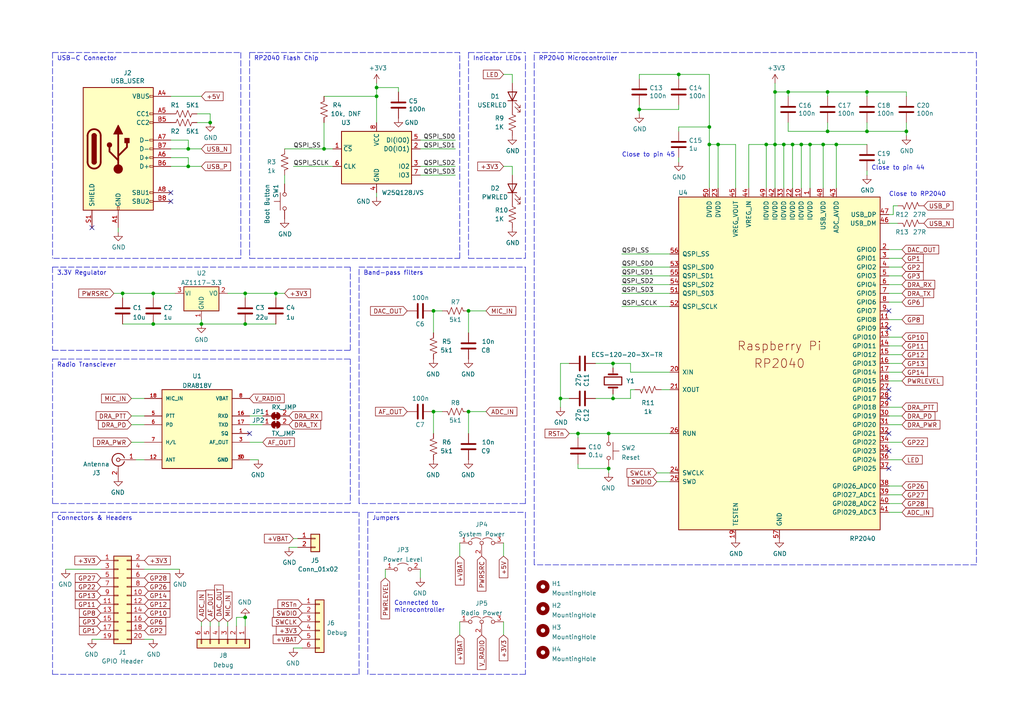
<source format=kicad_sch>
(kicad_sch (version 20211123) (generator eeschema)
  (paper "A4")
  (junction (at 135.89 119.38))
  (junction (at 205.74 36.83))
  (junction (at 251.46 38.1))
  (junction (at 44.45 85.09))
  (junction (at 93.98 43.18))
  (junction (at 176.53 125.73))
  (junction (at 135.89 90.17))
  (junction (at 125.73 90.17))
  (junction (at 205.74 41.91))
  (junction (at 80.01 85.09))
  (junction (at 224.79 26.67))
  (junction (at 229.87 41.91))
  (junction (at 238.76 41.91))
  (junction (at 71.12 93.98))
  (junction (at 242.57 41.91))
  (junction (at 222.25 41.91))
  (junction (at 71.12 179.07))
  (junction (at 54.61 48.26))
  (junction (at 162.56 115.57))
  (junction (at 35.56 85.09))
  (junction (at 109.22 25.4))
  (junction (at 58.42 93.98))
  (junction (at 167.64 125.73))
  (junction (at 240.03 26.67))
  (junction (at 224.79 41.91))
  (junction (at 60.96 35.56))
  (junction (at 176.53 135.89))
  (junction (at 54.61 43.18))
  (junction (at 228.6 26.67))
  (junction (at 185.42 31.75))
  (junction (at 232.41 41.91))
  (junction (at 227.33 41.91))
  (junction (at 125.73 119.38))
  (junction (at 262.89 38.1))
  (junction (at 44.45 93.98))
  (junction (at 208.28 41.91))
  (junction (at 109.22 27.94))
  (junction (at 240.03 38.1))
  (junction (at 71.12 85.09))
  (junction (at 177.8 115.57))
  (junction (at 177.8 105.41))
  (junction (at 251.46 26.67))
  (junction (at 234.95 41.91))
  (junction (at 196.85 21.59))
  (no_connect (at 26.67 66.04))
  (no_connect (at 49.53 55.88))
  (no_connect (at 72.39 125.73))
  (no_connect (at 257.81 95.25))
  (no_connect (at 257.81 113.03))
  (no_connect (at 257.81 115.57))
  (no_connect (at 257.81 90.17))
  (no_connect (at 257.81 125.73))
  (no_connect (at 257.81 130.81))
  (no_connect (at 257.81 135.89))
  (no_connect (at 49.53 58.42))
  (wire (pts (xy 146.05 21.59) (xy 148.59 21.59)))
  (polyline (pts (xy 106.68 148.59) (xy 106.68 195.58)))
  (wire (pts (xy 44.45 93.98) (xy 58.42 93.98)))
  (wire (pts (xy 196.85 38.1) (xy 196.85 36.83)))
  (wire (pts (xy 109.22 55.88) (xy 109.22 57.15)))
  (wire (pts (xy 232.41 41.91) (xy 234.95 41.91)))
  (polyline (pts (xy 152.4 77.47) (xy 152.4 107.95)))
  (wire (pts (xy 240.03 26.67) (xy 251.46 26.67)))
  (wire (pts (xy 49.53 27.94) (xy 58.42 27.94)))
  (wire (pts (xy 148.59 21.59) (xy 148.59 24.13)))
  (wire (pts (xy 185.42 21.59) (xy 196.85 21.59)))
  (wire (pts (xy 194.31 107.95) (xy 182.88 107.95)))
  (wire (pts (xy 184.15 113.03) (xy 182.88 113.03)))
  (wire (pts (xy 60.96 35.56) (xy 57.15 35.56)))
  (wire (pts (xy 196.85 36.83) (xy 205.74 36.83)))
  (wire (pts (xy 162.56 105.41) (xy 165.1 105.41)))
  (wire (pts (xy 82.55 43.18) (xy 93.98 43.18)))
  (wire (pts (xy 68.58 179.07) (xy 71.12 179.07)))
  (wire (pts (xy 262.89 35.56) (xy 262.89 38.1)))
  (wire (pts (xy 80.01 85.09) (xy 80.01 86.36)))
  (wire (pts (xy 251.46 26.67) (xy 262.89 26.67)))
  (wire (pts (xy 196.85 22.86) (xy 196.85 21.59)))
  (polyline (pts (xy 15.24 104.14) (xy 101.6 104.14)))
  (wire (pts (xy 257.81 133.35) (xy 261.62 133.35)))
  (wire (pts (xy 185.42 22.86) (xy 185.42 21.59)))
  (polyline (pts (xy 69.85 15.24) (xy 69.85 74.93)))
  (wire (pts (xy 242.57 41.91) (xy 242.57 54.61)))
  (wire (pts (xy 39.37 133.35) (xy 41.91 133.35)))
  (wire (pts (xy 83.82 158.75) (xy 86.36 158.75)))
  (polyline (pts (xy 152.4 107.95) (xy 152.4 146.05)))
  (wire (pts (xy 68.58 181.61) (xy 68.58 179.07)))
  (wire (pts (xy 54.61 45.72) (xy 54.61 48.26)))
  (polyline (pts (xy 101.6 146.05) (xy 15.24 146.05)))
  (wire (pts (xy 54.61 48.26) (xy 58.42 48.26)))
  (wire (pts (xy 224.79 26.67) (xy 224.79 41.91)))
  (wire (pts (xy 194.31 88.9) (xy 180.34 88.9)))
  (wire (pts (xy 232.41 54.61) (xy 232.41 41.91)))
  (wire (pts (xy 135.89 119.38) (xy 135.89 125.73)))
  (wire (pts (xy 146.05 157.48) (xy 146.05 161.29)))
  (wire (pts (xy 180.34 82.55) (xy 194.31 82.55)))
  (wire (pts (xy 257.81 140.97) (xy 261.62 140.97)))
  (wire (pts (xy 176.53 135.89) (xy 176.53 137.16)))
  (wire (pts (xy 135.89 90.17) (xy 140.97 90.17)))
  (polyline (pts (xy 15.24 148.59) (xy 15.24 195.58)))
  (wire (pts (xy 194.31 73.66) (xy 180.34 73.66)))
  (wire (pts (xy 41.91 165.1) (xy 52.07 165.1)))
  (polyline (pts (xy 15.24 148.59) (xy 104.14 148.59)))
  (wire (pts (xy 228.6 27.94) (xy 228.6 26.67)))
  (wire (pts (xy 133.35 180.34) (xy 133.35 184.15)))
  (wire (pts (xy 38.1 128.27) (xy 41.91 128.27)))
  (wire (pts (xy 217.17 41.91) (xy 222.25 41.91)))
  (wire (pts (xy 190.5 139.7) (xy 194.31 139.7)))
  (polyline (pts (xy 15.24 195.58) (xy 104.14 195.58)))
  (wire (pts (xy 176.53 135.89) (xy 167.64 135.89)))
  (wire (pts (xy 162.56 115.57) (xy 165.1 115.57)))
  (wire (pts (xy 86.36 156.21) (xy 85.09 156.21)))
  (wire (pts (xy 262.89 27.94) (xy 262.89 26.67)))
  (wire (pts (xy 185.42 31.75) (xy 196.85 31.75)))
  (wire (pts (xy 44.45 85.09) (xy 35.56 85.09)))
  (wire (pts (xy 63.5 180.34) (xy 63.5 181.61)))
  (polyline (pts (xy 69.85 74.93) (xy 15.24 74.93)))
  (polyline (pts (xy 101.6 120.65) (xy 101.6 146.05)))
  (wire (pts (xy 44.45 85.09) (xy 44.45 86.36)))
  (wire (pts (xy 240.03 38.1) (xy 228.6 38.1)))
  (wire (pts (xy 177.8 105.41) (xy 182.88 105.41)))
  (wire (pts (xy 208.28 54.61) (xy 208.28 41.91)))
  (wire (pts (xy 71.12 179.07) (xy 71.12 181.61)))
  (wire (pts (xy 208.28 41.91) (xy 205.74 41.91)))
  (wire (pts (xy 257.81 87.63) (xy 261.62 87.63)))
  (wire (pts (xy 34.29 66.04) (xy 34.29 67.31)))
  (wire (pts (xy 190.5 137.16) (xy 194.31 137.16)))
  (wire (pts (xy 60.96 180.34) (xy 60.96 181.61)))
  (wire (pts (xy 177.8 115.57) (xy 177.8 114.3)))
  (wire (pts (xy 172.72 105.41) (xy 177.8 105.41)))
  (polyline (pts (xy 283.21 15.24) (xy 283.21 163.83)))
  (wire (pts (xy 238.76 54.61) (xy 238.76 41.91)))
  (polyline (pts (xy 152.4 148.59) (xy 152.4 195.58)))
  (wire (pts (xy 257.81 120.65) (xy 261.62 120.65)))
  (wire (pts (xy 66.04 180.34) (xy 66.04 181.61)))
  (wire (pts (xy 234.95 41.91) (xy 234.95 54.61)))
  (wire (pts (xy 217.17 54.61) (xy 217.17 41.91)))
  (wire (pts (xy 182.88 105.41) (xy 182.88 107.95)))
  (wire (pts (xy 205.74 21.59) (xy 205.74 36.83)))
  (wire (pts (xy 71.12 85.09) (xy 80.01 85.09)))
  (wire (pts (xy 85.09 187.96) (xy 87.63 187.96)))
  (polyline (pts (xy 154.94 163.83) (xy 154.94 15.24)))
  (wire (pts (xy 196.85 45.72) (xy 196.85 46.99)))
  (wire (pts (xy 251.46 49.53) (xy 251.46 50.8)))
  (wire (pts (xy 58.42 180.34) (xy 58.42 181.61)))
  (wire (pts (xy 257.81 100.33) (xy 261.62 100.33)))
  (wire (pts (xy 33.02 85.09) (xy 35.56 85.09)))
  (polyline (pts (xy 154.94 15.24) (xy 283.21 15.24)))
  (wire (pts (xy 229.87 54.61) (xy 229.87 41.91)))
  (wire (pts (xy 228.6 26.67) (xy 240.03 26.67)))
  (wire (pts (xy 257.81 110.49) (xy 261.62 110.49)))
  (wire (pts (xy 72.39 133.35) (xy 74.93 133.35)))
  (wire (pts (xy 38.1 115.57) (xy 41.91 115.57)))
  (wire (pts (xy 121.92 165.1) (xy 121.92 167.64)))
  (wire (pts (xy 229.87 41.91) (xy 232.41 41.91)))
  (wire (pts (xy 49.53 48.26) (xy 54.61 48.26)))
  (wire (pts (xy 57.15 33.02) (xy 60.96 33.02)))
  (wire (pts (xy 109.22 24.13) (xy 109.22 25.4)))
  (polyline (pts (xy 15.24 15.24) (xy 15.24 74.93)))
  (wire (pts (xy 185.42 30.48) (xy 185.42 31.75)))
  (polyline (pts (xy 104.14 77.47) (xy 152.4 77.47)))
  (wire (pts (xy 251.46 35.56) (xy 251.46 38.1)))
  (wire (pts (xy 257.81 146.05) (xy 261.62 146.05)))
  (wire (pts (xy 115.57 25.4) (xy 109.22 25.4)))
  (wire (pts (xy 251.46 38.1) (xy 240.03 38.1)))
  (wire (pts (xy 35.56 93.98) (xy 44.45 93.98)))
  (wire (pts (xy 257.81 128.27) (xy 261.62 128.27)))
  (wire (pts (xy 240.03 27.94) (xy 240.03 26.67)))
  (polyline (pts (xy 101.6 101.6) (xy 101.6 77.47)))
  (wire (pts (xy 29.21 165.1) (xy 19.05 165.1)))
  (polyline (pts (xy 152.4 195.58) (xy 106.68 195.58)))
  (wire (pts (xy 262.89 38.1) (xy 251.46 38.1)))
  (polyline (pts (xy 15.24 77.47) (xy 15.24 101.6)))
  (wire (pts (xy 257.81 85.09) (xy 261.62 85.09)))
  (polyline (pts (xy 15.24 15.24) (xy 69.85 15.24)))
  (wire (pts (xy 72.39 123.19) (xy 76.2 123.19)))
  (wire (pts (xy 93.98 43.18) (xy 96.52 43.18)))
  (polyline (pts (xy 152.4 146.05) (xy 104.14 146.05)))
  (wire (pts (xy 227.33 41.91) (xy 229.87 41.91)))
  (wire (pts (xy 146.05 180.34) (xy 146.05 184.15)))
  (wire (pts (xy 257.81 92.71) (xy 261.62 92.71)))
  (wire (pts (xy 257.81 143.51) (xy 261.62 143.51)))
  (polyline (pts (xy 135.89 74.93) (xy 152.4 74.93)))
  (polyline (pts (xy 72.39 74.93) (xy 133.35 74.93)))
  (wire (pts (xy 185.42 31.75) (xy 185.42 33.02)))
  (wire (pts (xy 213.36 41.91) (xy 208.28 41.91)))
  (wire (pts (xy 191.77 113.03) (xy 194.31 113.03)))
  (polyline (pts (xy 101.6 104.14) (xy 101.6 120.65)))
  (wire (pts (xy 111.76 165.1) (xy 111.76 167.64)))
  (polyline (pts (xy 283.21 163.83) (xy 154.94 163.83)))
  (wire (pts (xy 38.1 120.65) (xy 41.91 120.65)))
  (wire (pts (xy 213.36 54.61) (xy 213.36 41.91)))
  (wire (pts (xy 180.34 77.47) (xy 194.31 77.47)))
  (wire (pts (xy 180.34 85.09) (xy 194.31 85.09)))
  (wire (pts (xy 176.53 125.73) (xy 194.31 125.73)))
  (polyline (pts (xy 15.24 77.47) (xy 101.6 77.47)))
  (polyline (pts (xy 15.24 101.6) (xy 101.6 101.6)))
  (wire (pts (xy 121.92 40.64) (xy 132.08 40.64)))
  (wire (pts (xy 257.81 74.93) (xy 261.62 74.93)))
  (polyline (pts (xy 104.14 146.05) (xy 104.14 77.47)))
  (wire (pts (xy 35.56 85.09) (xy 35.56 86.36)))
  (wire (pts (xy 172.72 115.57) (xy 177.8 115.57)))
  (wire (pts (xy 196.85 31.75) (xy 196.85 30.48)))
  (wire (pts (xy 41.91 185.42) (xy 44.45 185.42)))
  (wire (pts (xy 93.98 27.94) (xy 109.22 27.94)))
  (wire (pts (xy 262.89 38.1) (xy 262.89 39.37)))
  (wire (pts (xy 71.12 85.09) (xy 71.12 86.36)))
  (wire (pts (xy 72.39 128.27) (xy 76.2 128.27)))
  (wire (pts (xy 135.89 119.38) (xy 140.97 119.38)))
  (wire (pts (xy 242.57 41.91) (xy 251.46 41.91)))
  (polyline (pts (xy 135.89 15.24) (xy 135.89 74.93)))
  (wire (pts (xy 257.81 72.39) (xy 261.62 72.39)))
  (wire (pts (xy 125.73 90.17) (xy 128.27 90.17)))
  (wire (pts (xy 115.57 26.67) (xy 115.57 25.4)))
  (wire (pts (xy 121.92 50.8) (xy 132.08 50.8)))
  (wire (pts (xy 133.35 157.48) (xy 133.35 161.29)))
  (wire (pts (xy 121.92 48.26) (xy 132.08 48.26)))
  (wire (pts (xy 148.59 48.26) (xy 148.59 50.8)))
  (wire (pts (xy 222.25 41.91) (xy 224.79 41.91)))
  (wire (pts (xy 109.22 27.94) (xy 109.22 35.56)))
  (wire (pts (xy 49.53 45.72) (xy 54.61 45.72)))
  (wire (pts (xy 257.81 148.59) (xy 261.62 148.59)))
  (wire (pts (xy 240.03 35.56) (xy 240.03 38.1)))
  (wire (pts (xy 259.08 59.69) (xy 260.35 59.69)))
  (wire (pts (xy 182.88 113.03) (xy 182.88 115.57)))
  (polyline (pts (xy 104.14 195.58) (xy 104.14 148.59)))
  (wire (pts (xy 257.81 123.19) (xy 261.62 123.19)))
  (wire (pts (xy 125.73 119.38) (xy 125.73 125.73)))
  (wire (pts (xy 167.64 135.89) (xy 167.64 134.62)))
  (wire (pts (xy 196.85 21.59) (xy 205.74 21.59)))
  (polyline (pts (xy 72.39 15.24) (xy 133.35 15.24)))
  (wire (pts (xy 257.81 80.01) (xy 261.62 80.01)))
  (wire (pts (xy 49.53 40.64) (xy 54.61 40.64)))
  (wire (pts (xy 257.81 97.79) (xy 261.62 97.79)))
  (wire (pts (xy 167.64 125.73) (xy 176.53 125.73)))
  (wire (pts (xy 257.81 118.11) (xy 261.62 118.11)))
  (polyline (pts (xy 135.89 15.24) (xy 152.4 15.24)))
  (wire (pts (xy 162.56 105.41) (xy 162.56 115.57)))
  (wire (pts (xy 66.04 85.09) (xy 71.12 85.09)))
  (polyline (pts (xy 152.4 74.93) (xy 152.4 15.24)))
  (wire (pts (xy 177.8 105.41) (xy 177.8 106.68)))
  (polyline (pts (xy 72.39 15.24) (xy 72.39 74.93)))
  (wire (pts (xy 251.46 27.94) (xy 251.46 26.67)))
  (wire (pts (xy 71.12 93.98) (xy 80.01 93.98)))
  (wire (pts (xy 165.1 125.73) (xy 167.64 125.73)))
  (polyline (pts (xy 133.35 74.93) (xy 133.35 15.24)))
  (wire (pts (xy 135.89 90.17) (xy 135.89 96.52)))
  (wire (pts (xy 222.25 54.61) (xy 222.25 41.91)))
  (wire (pts (xy 162.56 115.57) (xy 162.56 118.11)))
  (wire (pts (xy 257.81 105.41) (xy 261.62 105.41)))
  (wire (pts (xy 257.81 64.77) (xy 260.35 64.77)))
  (wire (pts (xy 224.79 26.67) (xy 228.6 26.67)))
  (wire (pts (xy 227.33 54.61) (xy 227.33 41.91)))
  (wire (pts (xy 234.95 41.91) (xy 238.76 41.91)))
  (wire (pts (xy 224.79 41.91) (xy 227.33 41.91)))
  (wire (pts (xy 205.74 36.83) (xy 205.74 41.91)))
  (wire (pts (xy 72.39 120.65) (xy 76.2 120.65)))
  (wire (pts (xy 58.42 92.71) (xy 58.42 93.98)))
  (wire (pts (xy 224.79 24.13) (xy 224.79 26.67)))
  (wire (pts (xy 125.73 90.17) (xy 125.73 96.52)))
  (wire (pts (xy 228.6 35.56) (xy 228.6 38.1)))
  (wire (pts (xy 257.81 62.23) (xy 259.08 62.23)))
  (wire (pts (xy 238.76 41.91) (xy 242.57 41.91)))
  (wire (pts (xy 80.01 85.09) (xy 82.55 85.09)))
  (polyline (pts (xy 15.24 146.05) (xy 15.24 104.14)))
  (wire (pts (xy 58.42 93.98) (xy 71.12 93.98)))
  (wire (pts (xy 54.61 43.18) (xy 58.42 43.18)))
  (wire (pts (xy 205.74 41.91) (xy 205.74 54.61)))
  (wire (pts (xy 257.81 77.47) (xy 261.62 77.47)))
  (wire (pts (xy 85.09 48.26) (xy 96.52 48.26)))
  (wire (pts (xy 125.73 119.38) (xy 128.27 119.38)))
  (wire (pts (xy 54.61 40.64) (xy 54.61 43.18)))
  (wire (pts (xy 121.92 43.18) (xy 132.08 43.18)))
  (wire (pts (xy 93.98 35.56) (xy 93.98 43.18)))
  (wire (pts (xy 29.21 185.42) (xy 26.67 185.42)))
  (wire (pts (xy 146.05 48.26) (xy 148.59 48.26)))
  (wire (pts (xy 180.34 80.01) (xy 194.31 80.01)))
  (wire (pts (xy 49.53 43.18) (xy 54.61 43.18)))
  (wire (pts (xy 167.64 125.73) (xy 167.64 127)))
  (wire (pts (xy 257.81 107.95) (xy 261.62 107.95)))
  (polyline (pts (xy 106.68 148.59) (xy 152.4 148.59)))
  (wire (pts (xy 259.08 62.23) (xy 259.08 59.69)))
  (wire (pts (xy 257.81 102.87) (xy 261.62 102.87)))
  (wire (pts (xy 177.8 115.57) (xy 182.88 115.57)))
  (wire (pts (xy 109.22 25.4) (xy 109.22 27.94)))
  (wire (pts (xy 60.96 33.02) (xy 60.96 35.56)))
  (wire (pts (xy 38.1 123.19) (xy 41.91 123.19)))
  (wire (pts (xy 224.79 54.61) (xy 224.79 41.91)))
  (wire (pts (xy 82.55 50.8) (xy 82.55 53.34)))
  (wire (pts (xy 50.8 85.09) (xy 44.45 85.09)))
  (wire (pts (xy 257.81 82.55) (xy 261.62 82.55)))
  (text "RP2040 Microcontroller" (at 156.21 17.78 0) (effects (font (size 1.27 1.27)) (justify left bottom)))
  (text "USB-C Connector" (at 16.51 17.78 0) (effects (font (size 1.27 1.27)) (justify left bottom)))
  (text "3.3V Regulator" (at 16.51 80.01 0) (effects (font (size 1.27 1.27)) (justify left bottom)))
  (text "Radio Transciever" (at 16.51 106.68 0) (effects (font (size 1.27 1.27)) (justify left bottom)))
  (text "Jumpers" (at 107.95 151.13 0) (effects (font (size 1.27 1.27)) (justify left bottom)))
  (text "RP2040 Flash Chip" (at 73.66 17.78 0) (effects (font (size 1.27 1.27)) (justify left bottom)))
  (text "Connected to\nmicrocontroller" (at 114.3 177.8 0) (effects (font (size 1.27 1.27)) (justify left bottom)))
  (text "Connectors & Headers" (at 16.51 151.13 0) (effects (font (size 1.27 1.27)) (justify left bottom)))
  (text "Band-pass filters" (at 105.41 80.01 0) (effects (font (size 1.27 1.27)) (justify left bottom)))
  (text "Indicator LEDs" (at 137.16 17.78 0) (effects (font (size 1.27 1.27)) (justify left bottom)))
  (text "Close to pin 44" (at 252.73 49.53 0) (effects (font (size 1.27 1.27)) (justify left bottom)))
  (text "Close to RP2040" (at 257.81 57.15 0) (effects (font (size 1.27 1.27)) (justify left bottom)))
  (text "Close to pin 45" (at 180.34 45.72 0) (effects (font (size 1.27 1.27)) (justify left bottom)))
  (label "QSPI_SD0" (at 180.34 77.47 0))
  (label "QSPI_SS" (at 85.09 43.18 0))
  (label "QSPI_SD3" (at 180.34 85.09 0))
  (label "QSPI_SD3" (at 132.08 50.8 180))
  (label "QSPI_SD1" (at 132.08 43.18 180))
  (label "QSPI_SCLK" (at 180.34 88.9 0))
  (label "QSPI_SD2" (at 180.34 82.55 0))
  (label "QSPI_SCLK" (at 85.09 48.26 0))
  (label "QSPI_SS" (at 180.34 73.66 0))
  (label "QSPI_SD1" (at 180.34 80.01 0))
  (label "QSPI_SD0" (at 132.08 40.64 180))
  (label "QSPI_SD2" (at 132.08 48.26 180))
  (global_label "DRA_PTT" (shape input) (at 261.62 118.11 0) (property "Intersheet References" "${INTERSHEET_REFS}" (effects hide)))
  (global_label "GP8" (shape input) (at 261.62 92.71 0) (property "Intersheet References" "${INTERSHEET_REFS}" (effects hide)))
  (global_label "DRA_TX" (shape input) (at 261.62 85.09 0) (property "Intersheet References" "${INTERSHEET_REFS}" (effects hide)))
  (global_label "AF_OUT" (shape input) (at 76.2 128.27 0) (property "Intersheet References" "${INTERSHEET_REFS}" (effects hide)))
  (global_label "V_RADIO" (shape input) (at 139.7 184.15 270) (property "Intersheet References" "${INTERSHEET_REFS}" (effects hide)))
  (global_label "AF_OUT" (shape input) (at 60.96 180.34 90) (property "Intersheet References" "${INTERSHEET_REFS}" (effects hide)))
  (global_label "DRA_PWR" (shape input) (at 38.1 128.27 180) (property "Intersheet References" "${INTERSHEET_REFS}" (effects hide)))
  (global_label "DAC_OUT" (shape input) (at 118.11 90.17 180) (property "Intersheet References" "${INTERSHEET_REFS}" (effects hide)))
  (global_label "GP11" (shape input) (at 29.21 175.26 180) (property "Intersheet References" "${INTERSHEET_REFS}" (effects hide)))
  (global_label "DRA_PD" (shape input) (at 38.1 123.19 180) (property "Intersheet References" "${INTERSHEET_REFS}" (effects hide)))
  (global_label "USB_P" (shape input) (at 58.42 48.26 0) (property "Intersheet References" "${INTERSHEET_REFS}" (effects hide)))
  (global_label "GP14" (shape input) (at 41.91 172.72 0) (property "Intersheet References" "${INTERSHEET_REFS}" (effects hide)))
  (global_label "GP28" (shape input) (at 261.62 146.05 0) (property "Intersheet References" "${INTERSHEET_REFS}" (effects hide)))
  (global_label "GP2" (shape input) (at 41.91 182.88 0) (property "Intersheet References" "${INTERSHEET_REFS}" (effects hide)))
  (global_label "GP10" (shape input) (at 41.91 177.8 0) (property "Intersheet References" "${INTERSHEET_REFS}" (effects hide)))
  (global_label "PWRLEVEL" (shape input) (at 111.76 167.64 270) (property "Intersheet References" "${INTERSHEET_REFS}" (effects hide)))
  (global_label "+3V3" (shape input) (at 41.91 162.56 0) (property "Intersheet References" "${INTERSHEET_REFS}" (effects hide)))
  (global_label "DRA_PD" (shape input) (at 261.62 120.65 0) (property "Intersheet References" "${INTERSHEET_REFS}" (effects hide)))
  (global_label "PWRSRC" (shape input) (at 33.02 85.09 180) (property "Intersheet References" "${INTERSHEET_REFS}" (effects hide)))
  (global_label "SWCLK" (shape input) (at 87.63 180.34 180) (property "Intersheet References" "${INTERSHEET_REFS}" (effects hide)))
  (global_label "DAC_OUT" (shape input) (at 261.62 72.39 0) (property "Intersheet References" "${INTERSHEET_REFS}" (effects hide)))
  (global_label "GP3" (shape input) (at 29.21 180.34 180) (property "Intersheet References" "${INTERSHEET_REFS}" (effects hide)))
  (global_label "SWDIO" (shape input) (at 87.63 177.8 180) (property "Intersheet References" "${INTERSHEET_REFS}" (effects hide)))
  (global_label "LED" (shape input) (at 146.05 21.59 180) (property "Intersheet References" "${INTERSHEET_REFS}" (effects hide)))
  (global_label "GP14" (shape input) (at 261.62 107.95 0) (property "Intersheet References" "${INTERSHEET_REFS}" (effects hide)))
  (global_label "GP26" (shape input) (at 261.62 140.97 0) (property "Intersheet References" "${INTERSHEET_REFS}" (effects hide)))
  (global_label "+3V3" (shape input) (at 87.63 182.88 180) (property "Intersheet References" "${INTERSHEET_REFS}" (effects hide)))
  (global_label "MIC_IN" (shape input) (at 66.04 180.34 90) (property "Intersheet References" "${INTERSHEET_REFS}" (effects hide)))
  (global_label "GP12" (shape input) (at 41.91 175.26 0) (property "Intersheet References" "${INTERSHEET_REFS}" (effects hide)))
  (global_label "DRA_RX" (shape input) (at 83.82 120.65 0) (property "Intersheet References" "${INTERSHEET_REFS}" (effects hide)))
  (global_label "+VBAT" (shape input) (at 85.09 156.21 180) (property "Intersheet References" "${INTERSHEET_REFS}" (effects hide)))
  (global_label "RSTn" (shape input) (at 165.1 125.73 180) (property "Intersheet References" "${INTERSHEET_REFS}" (effects hide)))
  (global_label "DAC_OUT" (shape input) (at 63.5 180.34 90) (property "Intersheet References" "${INTERSHEET_REFS}" (effects hide)))
  (global_label "GP27" (shape input) (at 29.21 167.64 180) (property "Intersheet References" "${INTERSHEET_REFS}" (effects hide)))
  (global_label "GP1" (shape input) (at 261.62 74.93 0) (property "Intersheet References" "${INTERSHEET_REFS}" (effects hide)))
  (global_label "+3V3" (shape input) (at 29.21 162.56 180) (property "Intersheet References" "${INTERSHEET_REFS}" (effects hide)))
  (global_label "V_RADIO" (shape input) (at 72.39 115.57 0) (property "Intersheet References" "${INTERSHEET_REFS}" (effects hide)))
  (global_label "GP8" (shape input) (at 29.21 177.8 180) (property "Intersheet References" "${INTERSHEET_REFS}" (effects hide)))
  (global_label "SWCLK" (shape input) (at 190.5 137.16 180) (property "Intersheet References" "${INTERSHEET_REFS}" (effects hide)))
  (global_label "+3V3" (shape input) (at 146.05 184.15 270) (property "Intersheet References" "${INTERSHEET_REFS}" (effects hide)))
  (global_label "PWRSRC" (shape input) (at 139.7 161.29 270) (property "Intersheet References" "${INTERSHEET_REFS}" (effects hide)))
  (global_label "+3V3" (shape input) (at 82.55 85.09 0) (property "Intersheet References" "${INTERSHEET_REFS}" (effects hide)))
  (global_label "AF_OUT" (shape input) (at 118.11 119.38 180) (property "Intersheet References" "${INTERSHEET_REFS}" (effects hide)))
  (global_label "+5V" (shape input) (at 58.42 27.94 0) (property "Intersheet References" "${INTERSHEET_REFS}" (effects hide)))
  (global_label "GP26" (shape input) (at 41.91 170.18 0) (property "Intersheet References" "${INTERSHEET_REFS}" (effects hide)))
  (global_label "MIC_IN" (shape input) (at 140.97 90.17 0) (property "Intersheet References" "${INTERSHEET_REFS}" (effects hide)))
  (global_label "ADC_IN" (shape input) (at 140.97 119.38 0) (property "Intersheet References" "${INTERSHEET_REFS}" (effects hide)))
  (global_label "ADC_IN" (shape input) (at 58.42 180.34 90) (property "Intersheet References" "${INTERSHEET_REFS}" (effects hide)))
  (global_label "PWRLEVEL" (shape input) (at 261.62 110.49 0) (property "Intersheet References" "${INTERSHEET_REFS}" (effects hide)))
  (global_label "GP6" (shape input) (at 261.62 87.63 0) (property "Intersheet References" "${INTERSHEET_REFS}" (effects hide)))
  (global_label "DRA_RX" (shape input) (at 261.62 82.55 0) (property "Intersheet References" "${INTERSHEET_REFS}" (effects hide)))
  (global_label "+3V3" (shape input) (at 146.05 48.26 180) (property "Intersheet References" "${INTERSHEET_REFS}" (effects hide)))
  (global_label "GP2" (shape input) (at 261.62 77.47 0) (property "Intersheet References" "${INTERSHEET_REFS}" (effects hide)))
  (global_label "DRA_PTT" (shape input) (at 38.1 120.65 180) (property "Intersheet References" "${INTERSHEET_REFS}" (effects hide)))
  (global_label "+VBAT" (shape input) (at 133.35 161.29 270) (property "Intersheet References" "${INTERSHEET_REFS}" (effects hide)))
  (global_label "GP3" (shape input) (at 261.62 80.01 0) (property "Intersheet References" "${INTERSHEET_REFS}" (effects hide)))
  (global_label "+VBAT" (shape input) (at 133.35 184.15 270) (property "Intersheet References" "${INTERSHEET_REFS}" (effects hide)))
  (global_label "+5V" (shape input) (at 146.05 161.29 270) (property "Intersheet References" "${INTERSHEET_REFS}" (effects hide)))
  (global_label "LED" (shape input) (at 261.62 133.35 0) (property "Intersheet References" "${INTERSHEET_REFS}" (effects hide)))
  (global_label "MIC_IN" (shape input) (at 38.1 115.57 180) (property "Intersheet References" "${INTERSHEET_REFS}" (effects hide)))
  (global_label "+VBAT" (shape input) (at 87.63 185.42 180) (property "Intersheet References" "${INTERSHEET_REFS}" (effects hide)))
  (global_label "USB_P" (shape input) (at 267.97 59.69 0) (property "Intersheet References" "${INTERSHEET_REFS}" (effects hide)))
  (global_label "USB_N" (shape input) (at 267.97 64.77 0) (property "Intersheet References" "${INTERSHEET_REFS}" (effects hide)))
  (global_label "DRA_PWR" (shape input) (at 261.62 123.19 0) (property "Intersheet References" "${INTERSHEET_REFS}" (effects hide)))
  (global_label "USB_N" (shape input) (at 58.42 43.18 0) (property "Intersheet References" "${INTERSHEET_REFS}" (effects hide)))
  (global_label "GP12" (shape input) (at 261.62 102.87 0) (property "Intersheet References" "${INTERSHEET_REFS}" (effects hide)))
  (global_label "RSTn" (shape input) (at 87.63 175.26 180) (property "Intersheet References" "${INTERSHEET_REFS}" (effects hide)))
  (global_label "GP6" (shape input) (at 41.91 180.34 0) (property "Intersheet References" "${INTERSHEET_REFS}" (effects hide)))
  (global_label "GP11" (shape input) (at 261.62 100.33 0) (property "Intersheet References" "${INTERSHEET_REFS}" (effects hide)))
  (global_label "ADC_IN" (shape input) (at 261.62 148.59 0) (property "Intersheet References" "${INTERSHEET_REFS}" (effects hide)))
  (global_label "GP13" (shape input) (at 261.62 105.41 0) (property "Intersheet References" "${INTERSHEET_REFS}" (effects hide)))
  (global_label "GP22" (shape input) (at 29.21 170.18 180) (property "Intersheet References" "${INTERSHEET_REFS}" (effects hide)))
  (global_label "GP13" (shape input) (at 29.21 172.72 180) (property "Intersheet References" "${INTERSHEET_REFS}" (effects hide)))
  (global_label "GP28" (shape input) (at 41.91 167.64 0) (property "Intersheet References" "${INTERSHEET_REFS}" (effects hide)))
  (global_label "GP22" (shape input) (at 261.62 128.27 0) (property "Intersheet References" "${INTERSHEET_REFS}" (effects hide)))
  (global_label "GP1" (shape input) (at 29.21 182.88 180) (property "Intersheet References" "${INTERSHEET_REFS}" (effects hide)))
  (global_label "SWDIO" (shape input) (at 190.5 139.7 180) (property "Intersheet References" "${INTERSHEET_REFS}" (effects hide)))
  (global_label "DRA_TX" (shape input) (at 83.82 123.19 0) (property "Intersheet References" "${INTERSHEET_REFS}" (effects hide)))
  (global_label "GP27" (shape input) (at 261.62 143.51 0) (property "Intersheet References" "${INTERSHEET_REFS}" (effects hide)))
  (global_label "GP10" (shape input) (at 261.62 97.79 0) (property "Intersheet References" "${INTERSHEET_REFS}" (effects hide)))
  (symbol (lib_id "Mechanical:MountingHole") (at 157.48 176.53 0) (unit 1)
    (property "Reference" "H2" (at 160.02 175.6215 0) (effects (justify left)))
    (property "Value" "MountingHole" (at 160.02 178.3966 0) (effects (justify left)))
    (property "Footprint" "MountingHole:MountingHole_3.2mm_M3_Pad_Via" (effects hide))
  )
  (symbol (lib_id "power:+3V3") (at 109.22 24.13 0) (unit 1)
    (property "Reference" "#PWR0115" (effects hide))
    (property "Value" "+3V3" (at 109.601 19.7358 0))
  )
  (symbol (lib_id "Device:C") (at 228.6 31.75 0) (unit 1)
    (property "Reference" "C16" (at 231.521 30.5816 0) (effects (justify left)))
    (property "Value" "100n" (at 231.521 32.893 0) (effects (justify left)))
    (property "Footprint" "Capacitor_SMD:C_0603_1608Metric" (effects hide))
  )
  (symbol (lib_id "Device:R_US") (at 125.73 129.54 0) (mirror y) (unit 1)
    (property "Reference" "R6" (at 129.54 128.27 0))
    (property "Value" "5k1" (at 129.54 130.81 0))
    (property "Footprint" "Resistor_SMD:R_0603_1608Metric" (effects hide))
  )
  (symbol (lib_id "Device:C") (at 121.92 119.38 90) (unit 1)
    (property "Reference" "C7" (at 123.19 123.19 90) (effects (justify left)))
    (property "Value" "100n" (at 124.46 115.57 90) (effects (justify left)))
    (property "Footprint" "Capacitor_SMD:C_0603_1608Metric" (effects hide))
  )
  (symbol (lib_id "Device:R_US") (at 53.34 33.02 90) (unit 1)
    (property "Reference" "R1" (at 50.8 30.48 90))
    (property "Value" "5K1" (at 55.88 30.48 90))
    (property "Footprint" "Resistor_SMD:R_0603_1608Metric" (effects hide))
  )
  (symbol (lib_id "power:GND") (at 115.57 34.29 0) (unit 1)
    (property "Reference" "#PWR0116" (effects hide))
    (property "Value" "GND" (at 119.38 35.56 0))
  )
  (symbol (lib_id "Mechanical:MountingHole") (at 157.48 189.23 0) (unit 1)
    (property "Reference" "H4" (at 160.02 188.3215 0) (effects (justify left)))
    (property "Value" "MountingHole" (at 160.02 191.0966 0) (effects (justify left)))
    (property "Footprint" "MountingHole:MountingHole_3.2mm_M3_Pad_Via" (effects hide))
  )
  (symbol (lib_id "power:GND") (at 185.42 33.02 0) (unit 1)
    (property "Reference" "#PWR0101" (effects hide))
    (property "Value" "GND" (at 185.547 37.4142 0))
  )
  (symbol (lib_id "Device:LED") (at 148.59 54.61 90) (unit 1)
    (property "Reference" "D2" (at 142.24 54.61 90) (effects (justify right)))
    (property "Value" "PWRLED" (at 139.7 57.15 90) (effects (justify right)))
    (property "Footprint" "LED_SMD:LED_0805_2012Metric" (effects hide))
  )
  (symbol (lib_id "Device:R_US") (at 53.34 35.56 90) (unit 1)
    (property "Reference" "R2" (at 50.8 38.1 90))
    (property "Value" "5K1" (at 55.88 38.1 90))
    (property "Footprint" "Resistor_SMD:R_0603_1608Metric" (effects hide))
  )
  (symbol (lib_id "power:GND") (at 74.93 133.35 0) (mirror y) (unit 1)
    (property "Reference" "#PWR0124" (effects hide))
    (property "Value" "GND" (at 74.803 137.7442 0))
  )
  (symbol (lib_id "power:GND") (at 135.89 133.35 0) (mirror y) (unit 1)
    (property "Reference" "#PWR0111" (effects hide))
    (property "Value" "GND" (at 135.763 137.7442 0))
  )
  (symbol (lib_id "Device:C") (at 196.85 26.67 0) (unit 1)
    (property "Reference" "C14" (at 199.771 25.5016 0) (effects (justify left)))
    (property "Value" "100n" (at 199.771 27.813 0) (effects (justify left)))
    (property "Footprint" "Capacitor_SMD:C_0603_1608Metric" (effects hide))
  )
  (symbol (lib_id "Device:C") (at 240.03 31.75 0) (unit 1)
    (property "Reference" "C17" (at 242.951 30.5816 0) (effects (justify left)))
    (property "Value" "100n" (at 242.951 32.893 0) (effects (justify left)))
    (property "Footprint" "Capacitor_SMD:C_0603_1608Metric" (effects hide))
  )
  (symbol (lib_id "Mechanical:MountingHole") (at 157.48 170.18 0) (unit 1)
    (property "Reference" "H1" (at 160.02 169.2715 0) (effects (justify left)))
    (property "Value" "MountingHole" (at 160.02 172.0466 0) (effects (justify left)))
    (property "Footprint" "MountingHole:MountingHole_3.2mm_M3_Pad_Via" (effects hide))
  )
  (symbol (lib_id "power:GND") (at 135.89 104.14 0) (mirror y) (unit 1)
    (property "Reference" "#PWR0113" (effects hide))
    (property "Value" "GND" (at 135.763 108.5342 0))
  )
  (symbol (lib_id "power:GND") (at 26.67 185.42 0) (mirror y) (unit 1)
    (property "Reference" "#PWR0128" (effects hide))
    (property "Value" "GND" (at 26.543 189.8142 0))
  )
  (symbol (lib_id "power:GND") (at 251.46 50.8 0) (unit 1)
    (property "Reference" "#PWR0104" (effects hide))
    (property "Value" "GND" (at 251.587 55.1942 0))
  )
  (symbol (lib_id "Switch:SW_Push") (at 82.55 58.42 90) (unit 1)
    (property "Reference" "SW1" (at 80.01 53.34 0) (effects (justify right)))
    (property "Value" "Boot Button" (at 77.47 53.34 0) (effects (justify right)))
    (property "Footprint" "Button_Switch_SMD:SW_SPST_PTS810" (effects hide))
  )
  (symbol (lib_id "Switch:SW_Push") (at 176.53 130.81 270) (unit 1)
    (property "Reference" "SW2" (at 180.213 129.9015 90) (effects (justify left)))
    (property "Value" "Reset" (at 180.213 132.6766 90) (effects (justify left)))
    (property "Footprint" "Button_Switch_SMD:SW_SPST_PTS810" (effects hide))
  )
  (symbol (lib_id "Device:C") (at 262.89 31.75 0) (unit 1)
    (property "Reference" "C20" (at 265.811 30.5816 0) (effects (justify left)))
    (property "Value" "100n" (at 265.811 32.893 0) (effects (justify left)))
    (property "Footprint" "Capacitor_SMD:C_0603_1608Metric" (effects hide))
  )
  (symbol (lib_id "Device:C") (at 168.91 115.57 270) (unit 1)
    (property "Reference" "C12" (at 170.0784 118.491 0) (effects (justify left)))
    (property "Value" "27p" (at 167.767 118.491 0) (effects (justify left)))
    (property "Footprint" "Capacitor_SMD:C_0603_1608Metric" (effects hide))
  )
  (symbol (lib_id "Device:C") (at 135.89 100.33 180) (unit 1)
    (property "Reference" "C8" (at 142.24 101.6 0) (effects (justify left)))
    (property "Value" "10n" (at 143.51 99.06 0) (effects (justify left)))
    (property "Footprint" "Capacitor_SMD:C_0603_1608Metric" (effects hide))
  )
  (symbol (lib_id "power:GND") (at 19.05 165.1 0) (mirror y) (unit 1)
    (property "Reference" "#PWR0130" (effects hide))
    (property "Value" "GND" (at 18.923 169.4942 0))
  )
  (symbol (lib_id "Device:C") (at 196.85 41.91 0) (unit 1)
    (property "Reference" "C15" (at 199.771 40.7416 0) (effects (justify left)))
    (property "Value" "1u" (at 199.771 43.053 0) (effects (justify left)))
    (property "Footprint" "Capacitor_SMD:C_0603_1608Metric" (effects hide))
  )
  (symbol (lib_id "power:GND") (at 148.59 66.04 0) (unit 1)
    (property "Reference" "#PWR0119" (effects hide))
    (property "Value" "GND" (at 148.717 70.4342 0))
  )
  (symbol (lib_id "Device:Crystal") (at 177.8 110.49 270) (unit 1)
    (property "Reference" "Y1" (at 181.61 110.49 90) (effects (justify left)))
    (property "Value" "ECS-120-20-3X-TR" (at 171.45 102.87 90) (effects (justify left)))
    (property "Footprint" "ECS-120-20-3X-TR:XTAL_ECS-120-20-3X-TR" (effects hide))
  )
  (symbol (lib_id "Device:C") (at 251.46 31.75 0) (unit 1)
    (property "Reference" "C18" (at 254.381 30.5816 0) (effects (justify left)))
    (property "Value" "100n" (at 254.381 32.893 0) (effects (justify left)))
    (property "Footprint" "Capacitor_SMD:C_0603_1608Metric" (effects hide))
  )
  (symbol (lib_id "power:GND") (at 34.29 138.43 0) (mirror y) (unit 1)
    (property "Reference" "#PWR0121" (effects hide))
    (property "Value" "GND" (at 34.163 142.8242 0))
  )
  (symbol (lib_id "MCU_RaspberryPi_RP2040:RP2040") (at 226.06 105.41 0) (unit 1)
    (property "Reference" "U4" (at 198.12 55.88 0))
    (property "Value" "RP2040" (at 250.19 156.21 0))
    (property "Footprint" "RP2040:RP2040-QFN-56" (effects hide))
  )
  (symbol (lib_id "Device:R_US") (at 125.73 100.33 0) (mirror y) (unit 1)
    (property "Reference" "R5" (at 129.54 99.06 0))
    (property "Value" "5k1" (at 129.54 101.6 0))
    (property "Footprint" "Resistor_SMD:R_0603_1608Metric" (effects hide))
  )
  (symbol (lib_id "power:GND") (at 162.56 118.11 0) (unit 1)
    (property "Reference" "#PWR0106" (effects hide))
    (property "Value" "GND" (at 162.687 122.5042 0))
  )
  (symbol (lib_id "Device:R_US") (at 187.96 113.03 270) (mirror x) (unit 1)
    (property "Reference" "R11" (at 187.96 116.84 90))
    (property "Value" "1k" (at 187.96 119.38 90))
    (property "Footprint" "Resistor_SMD:R_0603_1608Metric" (effects hide))
  )
  (symbol (lib_id "Connector:Conn_Coaxial") (at 34.29 133.35 0) (mirror y) (unit 1)
    (property "Reference" "J3" (at 27.94 137.16 0))
    (property "Value" "Antenna" (at 27.94 134.62 0))
    (property "Footprint" "Connector_Coaxial:SMA_Molex_73251-2120_EdgeMount_Horizontal" (effects hide))
    (property "Datasheet" " ~" (effects hide))
  )
  (symbol (lib_id "power:GND") (at 34.29 67.31 0) (unit 1)
    (property "Reference" "#PWR0123" (effects hide))
    (property "Value" "GND" (at 34.417 71.7042 0))
  )
  (symbol (lib_id "Device:R_US") (at 148.59 35.56 0) (unit 1)
    (property "Reference" "R9" (at 143.51 34.29 0) (effects (justify left)))
    (property "Value" "1K" (at 143.51 36.83 0) (effects (justify left)))
    (property "Footprint" "Resistor_SMD:R_0603_1608Metric" (effects hide))
  )
  (symbol (lib_id "Connector_Generic:Conn_01x06") (at 92.71 180.34 0) (unit 1)
    (property "Reference" "J6" (at 94.742 180.7015 0) (effects (justify left)))
    (property "Value" "Debug" (at 94.742 183.4766 0) (effects (justify left)))
    (property "Footprint" "Connector_PinHeader_2.54mm:PinHeader_1x06_P2.54mm_Vertical" (effects hide))
  )
  (symbol (lib_id "Device:R_US") (at 93.98 31.75 0) (mirror y) (unit 1)
    (property "Reference" "R4" (at 97.79 30.48 0))
    (property "Value" "10k, DNF" (at 100.33 33.02 0))
    (property "Footprint" "Resistor_SMD:R_0603_1608Metric" (effects hide))
  )
  (symbol (lib_id "Jumper:Jumper_2_Open") (at 116.84 165.1 0) (unit 1)
    (property "Reference" "JP3" (at 116.84 159.4825 0))
    (property "Value" "Power Level" (at 116.84 162.2576 0))
    (property "Footprint" "Connector_PinHeader_2.54mm:PinHeader_1x02_P2.54mm_Vertical" (effects hide))
  )
  (symbol (lib_id "Device:C") (at 135.89 129.54 180) (unit 1)
    (property "Reference" "C9" (at 142.24 130.81 0) (effects (justify left)))
    (property "Value" "10n" (at 143.51 128.27 0) (effects (justify left)))
    (property "Footprint" "Capacitor_SMD:C_0603_1608Metric" (effects hide))
  )
  (symbol (lib_id "Connector_Generic:Conn_01x06") (at 66.04 186.69 270) (unit 1)
    (property "Reference" "J8" (at 64.77 190.1095 90))
    (property "Value" "Debug" (at 64.77 192.8846 90))
    (property "Footprint" "Connector_PinHeader_2.54mm:PinHeader_1x06_P2.54mm_Vertical" (effects hide))
  )
  (symbol (lib_id "power:GND") (at 83.82 158.75 0) (unit 1)
    (property "Reference" "#PWR0125" (effects hide))
    (property "Value" "GND" (at 83.947 163.1442 0))
  )
  (symbol (lib_id "Device:LED") (at 148.59 27.94 90) (unit 1)
    (property "Reference" "D1" (at 142.24 27.94 90) (effects (justify right)))
    (property "Value" "USERLED" (at 138.43 30.48 90) (effects (justify right)))
    (property "Footprint" "LED_SMD:LED_0805_2012Metric" (effects hide))
  )
  (symbol (lib_id "Device:C") (at 115.57 30.48 0) (unit 1)
    (property "Reference" "C5" (at 118.491 29.3116 0) (effects (justify left)))
    (property "Value" "100n" (at 118.491 31.623 0) (effects (justify left)))
    (property "Footprint" "Capacitor_SMD:C_0603_1608Metric" (effects hide))
  )
  (symbol (lib_id "Connector:USB_C_Receptacle_USB2.0") (at 34.29 43.18 0) (unit 1)
    (property "Reference" "J2" (at 37.0078 21.1582 0))
    (property "Value" "USB_USER" (at 37.0078 23.4696 0))
    (property "Footprint" "USB_C_Receptacle_HRO_TYPE-C-31-M-12:USB_C_HRO-31-M-12_nofront" (effects hide))
    (property "Datasheet" "https://www.usb.org/sites/default/files/documents/usb_type-c.zip" (effects hide))
  )
  (symbol (lib_id "Device:R_US") (at 132.08 119.38 90) (mirror x) (unit 1)
    (property "Reference" "R8" (at 132.08 116.84 90))
    (property "Value" "5k1" (at 132.08 121.92 90))
    (property "Footprint" "Resistor_SMD:R_0603_1608Metric" (effects hide))
  )
  (symbol (lib_id "Device:C") (at 251.46 45.72 0) (unit 1)
    (property "Reference" "C19" (at 254.381 44.5516 0) (effects (justify left)))
    (property "Value" "1u" (at 254.381 46.863 0) (effects (justify left)))
    (property "Footprint" "Capacitor_SMD:C_0603_1608Metric" (effects hide))
  )
  (symbol (lib_id "power:GND") (at 44.45 185.42 0) (unit 1)
    (property "Reference" "#PWR0131" (effects hide))
    (property "Value" "GND" (at 44.577 189.8142 0))
  )
  (symbol (lib_id "Regulator_Linear:AZ1117-3.3") (at 58.42 85.09 0) (unit 1)
    (property "Reference" "U2" (at 58.42 79.2185 0))
    (property "Value" "AZ1117-3.3" (at 58.42 81.9936 0))
    (property "Footprint" "Package_TO_SOT_SMD:SOT-223-3_TabPin2" (effects hide))
    (property "Datasheet" "https://www.diodes.com/assets/Datasheets/AZ1117.pdf" (effects hide))
  )
  (symbol (lib_id "power:GND") (at 213.36 156.21 0) (unit 1)
    (property "Reference" "#PWR0107" (effects hide))
    (property "Value" "GND" (at 213.487 160.6042 0))
  )
  (symbol (lib_id "Device:C") (at 44.45 90.17 0) (unit 1)
    (property "Reference" "C2" (at 47.371 89.2615 0) (effects (justify left)))
    (property "Value" "1u" (at 47.371 92.0366 0) (effects (justify left)))
    (property "Footprint" "Capacitor_SMD:C_0603_1608Metric" (effects hide))
  )
  (symbol (lib_id "Jumper:Jumper_3_Open") (at 139.7 157.48 0) (unit 1)
    (property "Reference" "JP4" (at 139.7 152.1413 0))
    (property "Value" "System Power" (at 139.7 154.9164 0))
    (property "Footprint" "Connector_PinHeader_2.54mm:PinHeader_1x03_P2.54mm_Vertical" (effects hide))
  )
  (symbol (lib_id "Jumper:Jumper_3_Open") (at 139.7 180.34 0) (unit 1)
    (property "Reference" "JP5" (at 139.7 175.0013 0))
    (property "Value" "Radio Power" (at 139.7 177.7764 0))
    (property "Footprint" "Connector_PinHeader_2.54mm:PinHeader_1x03_P2.54mm_Vertical" (effects hide))
  )
  (symbol (lib_id "Device:C") (at 167.64 130.81 0) (unit 1)
    (property "Reference" "C10" (at 170.561 129.6416 0) (effects (justify left)))
    (property "Value" "0.1u" (at 170.561 131.953 0) (effects (justify left)))
    (property "Footprint" "Capacitor_SMD:C_0603_1608Metric" (effects hide))
  )
  (symbol (lib_id "Device:C") (at 71.12 90.17 0) (unit 1)
    (property "Reference" "C3" (at 74.041 89.2615 0) (effects (justify left)))
    (property "Value" "22u" (at 74.041 92.0366 0) (effects (justify left)))
    (property "Footprint" "Capacitor_SMD:C_0603_1608Metric" (effects hide))
  )
  (symbol (lib_id "Device:C") (at 35.56 90.17 0) (unit 1)
    (property "Reference" "C1" (at 38.481 89.2615 0) (effects (justify left)))
    (property "Value" "10u" (at 38.481 92.0366 0) (effects (justify left)))
    (property "Footprint" "Capacitor_SMD:C_0603_1608Metric" (effects hide))
  )
  (symbol (lib_id "power:GND") (at 82.55 63.5 0) (unit 1)
    (property "Reference" "#PWR0110" (effects hide))
    (property "Value" "GND" (at 82.677 67.8942 0))
  )
  (symbol (lib_id "Device:C") (at 121.92 90.17 90) (unit 1)
    (property "Reference" "C6" (at 123.19 93.98 90) (effects (justify left)))
    (property "Value" "100n" (at 124.46 86.36 90) (effects (justify left)))
    (property "Footprint" "Capacitor_SMD:C_0603_1608Metric" (effects hide))
  )
  (symbol (lib_id "power:GND") (at 121.92 167.64 0) (mirror y) (unit 1)
    (property "Reference" "#PWR0127" (effects hide))
    (property "Value" "GND" (at 121.793 172.0342 0))
  )
  (symbol (lib_id "power:GND") (at 125.73 133.35 0) (mirror y) (unit 1)
    (property "Reference" "#PWR0112" (effects hide))
    (property "Value" "GND" (at 125.603 137.7442 0))
  )
  (symbol (lib_id "Device:C") (at 80.01 90.17 0) (unit 1)
    (property "Reference" "C4" (at 82.931 89.2615 0) (effects (justify left)))
    (property "Value" "1u" (at 82.931 92.0366 0) (effects (justify left)))
    (property "Footprint" "Capacitor_SMD:C_0603_1608Metric" (effects hide))
  )
  (symbol (lib_id "power:GND") (at 226.06 156.21 0) (unit 1)
    (property "Reference" "#PWR0108" (effects hide))
    (property "Value" "GND" (at 226.187 160.6042 0))
  )
  (symbol (lib_id "Device:R_US") (at 82.55 46.99 0) (mirror x) (unit 1)
    (property "Reference" "R3" (at 78.74 46.99 0))
    (property "Value" "1k" (at 78.74 49.53 0))
    (property "Footprint" "Resistor_SMD:R_0603_1608Metric" (effects hide))
  )
  (symbol (lib_id "Device:R_US") (at 132.08 90.17 90) (mirror x) (unit 1)
    (property "Reference" "R7" (at 132.08 87.63 90))
    (property "Value" "5k1" (at 132.08 92.71 90))
    (property "Footprint" "Resistor_SMD:R_0603_1608Metric" (effects hide))
  )
  (symbol (lib_id "Connector_Generic:Conn_02x10_Odd_Even") (at 34.29 172.72 0) (unit 1)
    (property "Reference" "J1" (at 35.56 189.23 0))
    (property "Value" "GPIO Header" (at 35.56 191.77 0))
    (property "Footprint" "Connector_PinHeader_2.54mm:PinHeader_2x10_P2.54mm_Vertical" (effects hide))
  )
  (symbol (lib_id "Device:R_US") (at 148.59 62.23 0) (unit 1)
    (property "Reference" "R10" (at 143.51 60.96 0) (effects (justify left)))
    (property "Value" "1K" (at 143.51 63.5 0) (effects (justify left)))
    (property "Footprint" "Resistor_SMD:R_0603_1608Metric" (effects hide))
  )
  (symbol (lib_id "power:GND") (at 71.12 179.07 180) (unit 1)
    (property "Reference" "#PWR0129" (effects hide))
    (property "Value" "GND" (at 70.993 174.6758 0))
  )
  (symbol (lib_id "power:GND") (at 109.22 57.15 0) (unit 1)
    (property "Reference" "#PWR0117" (effects hide))
    (property "Value" "GND" (at 105.41 58.42 0))
  )
  (symbol (lib_id "Mechanical:MountingHole") (at 157.48 182.88 0) (unit 1)
    (property "Reference" "H3" (at 160.02 181.9715 0) (effects (justify left)))
    (property "Value" "MountingHole" (at 160.02 184.7466 0) (effects (justify left)))
    (property "Footprint" "MountingHole:MountingHole_3.2mm_M3_Pad_Via" (effects hide))
  )
  (symbol (lib_id "Connector_Generic:Conn_01x02") (at 91.44 156.21 0) (unit 1)
    (property "Reference" "J5" (at 90.17 162.56 0) (effects (justify left)))
    (property "Value" "Conn_01x02" (at 86.36 165.1 0) (effects (justify left)))
    (property "Footprint" "Connector_JST:JST_PH_S2B-PH-SM4-TB_1x02-1MP_P2.00mm_Horizontal" (effects hide))
  )
  (symbol (lib_id "power:GND") (at 262.89 39.37 0) (unit 1)
    (property "Reference" "#PWR0103" (effects hide))
    (property "Value" "GND" (at 263.017 43.7642 0))
  )
  (symbol (lib_id "Jumper:SolderJumper_2_Bridged") (at 80.01 123.19 0) (unit 1)
    (property "Reference" "JP2" (at 74.93 121.92 0))
    (property "Value" "TX_JMP" (at 78.74 125.73 0) (effects (justify left)))
    (property "Footprint" "Jumper:SolderJumper-2_P1.3mm_Bridged_Pad1.0x1.5mm" (effects hide))
  )
  (symbol (lib_id "Device:C") (at 168.91 105.41 270) (unit 1)
    (property "Reference" "C11" (at 170.0784 108.331 0) (effects (justify left)))
    (property "Value" "27p" (at 167.767 108.331 0) (effects (justify left)))
    (property "Footprint" "Capacitor_SMD:C_0603_1608Metric" (effects hide))
  )
  (symbol (lib_id "DRA818V:DRA818V") (at 57.15 125.73 0) (unit 1)
    (property "Reference" "U1" (at 57.15 109.0635 0))
    (property "Value" "DRA818V" (at 57.15 111.8386 0))
    (property "Footprint" "DORJI_DRA818V" (effects hide))
    (property "MANUFACTURER" "DORJI" (effects hide))
    (property "STANDARD" "MANUFACTURER RECOMMENDATIONS" (effects hide))
    (property "PART_REV" "1.23" (effects hide))
  )
  (symbol (lib_id "Device:R_US") (at 264.16 59.69 270) (mirror x) (unit 1)
    (property "Reference" "R12" (at 261.62 62.23 90))
    (property "Value" "27R" (at 266.7 62.23 90))
    (property "Footprint" "Resistor_SMD:R_0603_1608Metric" (effects hide))
  )
  (symbol (lib_id "power:GND") (at 58.42 93.98 0) (unit 1)
    (property "Reference" "#PWR0120" (effects hide))
    (property "Value" "GND" (at 58.42 98.5425 0))
  )
  (symbol (lib_id "power:GND") (at 85.09 187.96 0) (mirror y) (unit 1)
    (property "Reference" "#PWR0126" (effects hide))
    (property "Value" "GND" (at 84.963 192.3542 0))
  )
  (symbol (lib_id "power:GND") (at 176.53 137.16 0) (mirror y) (unit 1)
    (property "Reference" "#PWR0105" (effects hide))
    (property "Value" "GND" (at 176.403 141.5542 0))
  )
  (symbol (lib_id "power:GND") (at 196.85 46.99 0) (unit 1)
    (property "Reference" "#PWR0102" (effects hide))
    (property "Value" "GND" (at 196.977 51.3842 0))
  )
  (symbol (lib_id "power:GND") (at 148.59 39.37 0) (unit 1)
    (property "Reference" "#PWR0118" (effects hide))
    (property "Value" "GND" (at 148.717 43.7642 0))
  )
  (symbol (lib_id "power:GND") (at 52.07 165.1 0) (unit 1)
    (property "Reference" "#PWR0132" (effects hide))
    (property "Value" "GND" (at 52.197 169.4942 0))
  )
  (symbol (lib_id "Device:C") (at 185.42 26.67 0) (unit 1)
    (property "Reference" "C13" (at 188.341 25.5016 0) (effects (justify left)))
    (property "Value" "100n" (at 188.341 27.813 0) (effects (justify left)))
    (property "Footprint" "Capacitor_SMD:C_0603_1608Metric" (effects hide))
  )
  (symbol (lib_id "power:+3V3") (at 224.79 24.13 0) (unit 1)
    (property "Reference" "#PWR0109" (effects hide))
    (property "Value" "+3V3" (at 225.171 19.7358 0))
  )
  (symbol (lib_id "power:GND") (at 125.73 104.14 0) (mirror y) (unit 1)
    (property "Reference" "#PWR0114" (effects hide))
    (property "Value" "GND" (at 125.603 108.5342 0))
  )
  (symbol (lib_id "Device:R_US") (at 264.16 64.77 270) (mirror x) (unit 1)
    (property "Reference" "R13" (at 261.62 67.31 90))
    (property "Value" "27R" (at 266.7 67.31 90))
    (property "Footprint" "Resistor_SMD:R_0603_1608Metric" (effects hide))
  )
  (symbol (lib_id "Memory_Flash:W25Q128JVS") (at 109.22 45.72 0) (unit 1)
    (property "Reference" "U3" (at 100.33 35.56 0))
    (property "Value" "W25Q128JVS" (at 116.84 55.88 0))
    (property "Footprint" "Package_SO:SOIC-8_5.23x5.23mm_P1.27mm" (effects hide))
    (property "Datasheet" "http://www.winbond.com/resource-files/w25q128jv_dtr%20revc%2003272018%20plus.pdf" (effects hide))
  )
  (symbol (lib_id "power:GND") (at 60.96 35.56 0) (unit 1)
    (property "Reference" "#PWR0122" (effects hide))
    (property "Value" "GND" (at 61.087 39.9542 0))
  )
  (symbol (lib_id "Jumper:SolderJumper_2_Bridged") (at 80.01 120.65 0) (unit 1)
    (property "Reference" "JP1" (at 74.93 119.38 0))
    (property "Value" "RX_JMP" (at 78.74 118.11 0) (effects (justify left)))
    (property "Footprint" "Jumper:SolderJumper-2_P1.3mm_Bridged_Pad1.0x1.5mm" (effects hide))
  )
)
</source>
